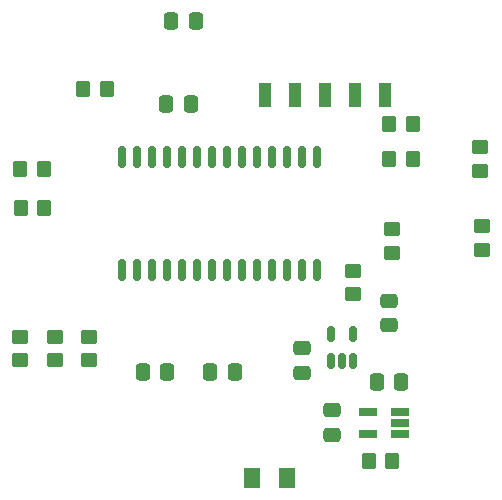
<source format=gbr>
%TF.GenerationSoftware,KiCad,Pcbnew,7.0.8*%
%TF.CreationDate,2024-04-09T20:43:08-04:00*%
%TF.ProjectId,vibBoard,76696242-6f61-4726-942e-6b696361645f,rev?*%
%TF.SameCoordinates,Original*%
%TF.FileFunction,Paste,Bot*%
%TF.FilePolarity,Positive*%
%FSLAX46Y46*%
G04 Gerber Fmt 4.6, Leading zero omitted, Abs format (unit mm)*
G04 Created by KiCad (PCBNEW 7.0.8) date 2024-04-09 20:43:08*
%MOMM*%
%LPD*%
G01*
G04 APERTURE LIST*
G04 Aperture macros list*
%AMRoundRect*
0 Rectangle with rounded corners*
0 $1 Rounding radius*
0 $2 $3 $4 $5 $6 $7 $8 $9 X,Y pos of 4 corners*
0 Add a 4 corners polygon primitive as box body*
4,1,4,$2,$3,$4,$5,$6,$7,$8,$9,$2,$3,0*
0 Add four circle primitives for the rounded corners*
1,1,$1+$1,$2,$3*
1,1,$1+$1,$4,$5*
1,1,$1+$1,$6,$7*
1,1,$1+$1,$8,$9*
0 Add four rect primitives between the rounded corners*
20,1,$1+$1,$2,$3,$4,$5,0*
20,1,$1+$1,$4,$5,$6,$7,0*
20,1,$1+$1,$6,$7,$8,$9,0*
20,1,$1+$1,$8,$9,$2,$3,0*%
G04 Aperture macros list end*
%ADD10RoundRect,0.250000X0.475000X-0.337500X0.475000X0.337500X-0.475000X0.337500X-0.475000X-0.337500X0*%
%ADD11RoundRect,0.250000X0.350000X0.450000X-0.350000X0.450000X-0.350000X-0.450000X0.350000X-0.450000X0*%
%ADD12RoundRect,0.250000X0.450000X-0.350000X0.450000X0.350000X-0.450000X0.350000X-0.450000X-0.350000X0*%
%ADD13RoundRect,0.250000X-0.450000X0.350000X-0.450000X-0.350000X0.450000X-0.350000X0.450000X0.350000X0*%
%ADD14RoundRect,0.250000X0.337500X0.475000X-0.337500X0.475000X-0.337500X-0.475000X0.337500X-0.475000X0*%
%ADD15RoundRect,0.250000X-0.475000X0.337500X-0.475000X-0.337500X0.475000X-0.337500X0.475000X0.337500X0*%
%ADD16RoundRect,0.250000X-0.337500X-0.475000X0.337500X-0.475000X0.337500X0.475000X-0.337500X0.475000X0*%
%ADD17R,1.560000X0.650000*%
%ADD18RoundRect,0.250000X-0.350000X-0.450000X0.350000X-0.450000X0.350000X0.450000X-0.350000X0.450000X0*%
%ADD19RoundRect,0.250001X-0.462499X-0.624999X0.462499X-0.624999X0.462499X0.624999X-0.462499X0.624999X0*%
%ADD20RoundRect,0.150000X0.150000X-0.750000X0.150000X0.750000X-0.150000X0.750000X-0.150000X-0.750000X0*%
%ADD21RoundRect,0.150000X0.150000X-0.512500X0.150000X0.512500X-0.150000X0.512500X-0.150000X-0.512500X0*%
%ADD22R,1.000000X2.000000*%
G04 APERTURE END LIST*
D10*
%TO.C,C3*%
X162306000Y-123211500D03*
X162306000Y-121136500D03*
%TD*%
D11*
%TO.C,R3*%
X133064000Y-109982000D03*
X131064000Y-109982000D03*
%TD*%
D12*
%TO.C,R11*%
X170027600Y-110153200D03*
X170027600Y-108153200D03*
%TD*%
%TO.C,R10*%
X170180000Y-116824000D03*
X170180000Y-114824000D03*
%TD*%
D13*
%TO.C,R6*%
X134024000Y-124185500D03*
X134024000Y-126185500D03*
%TD*%
D14*
%TO.C,C6*%
X143531500Y-127177800D03*
X141456500Y-127177800D03*
%TD*%
D15*
%TO.C,C2*%
X154940000Y-125179000D03*
X154940000Y-127254000D03*
%TD*%
D16*
%TO.C,C13*%
X143840200Y-97434400D03*
X145915200Y-97434400D03*
%TD*%
D12*
%TO.C,R8*%
X159258000Y-120618000D03*
X159258000Y-118618000D03*
%TD*%
D13*
%TO.C,R5*%
X136906000Y-124185500D03*
X136906000Y-126185500D03*
%TD*%
D12*
%TO.C,R9*%
X162560000Y-117094000D03*
X162560000Y-115094000D03*
%TD*%
D11*
%TO.C,R12*%
X164306000Y-109118400D03*
X162306000Y-109118400D03*
%TD*%
%TO.C,R2*%
X138414000Y-103225600D03*
X136414000Y-103225600D03*
%TD*%
D17*
%TO.C,U2*%
X163195000Y-130556000D03*
X163195000Y-131506000D03*
X163195000Y-132456000D03*
X160495000Y-132456000D03*
X160495000Y-130556000D03*
%TD*%
D14*
%TO.C,C11*%
X145491200Y-104495600D03*
X143416200Y-104495600D03*
%TD*%
D18*
%TO.C,R13*%
X162322000Y-106222800D03*
X164322000Y-106222800D03*
%TD*%
D19*
%TO.C,F1*%
X150658500Y-136144000D03*
X153633500Y-136144000D03*
%TD*%
D20*
%TO.C,U4*%
X156210000Y-118566000D03*
X154940000Y-118566000D03*
X153670000Y-118566000D03*
X152400000Y-118566000D03*
X151130000Y-118566000D03*
X149860000Y-118566000D03*
X148590000Y-118566000D03*
X147320000Y-118566000D03*
X146050000Y-118566000D03*
X144780000Y-118566000D03*
X143510000Y-118566000D03*
X142240000Y-118566000D03*
X140970000Y-118566000D03*
X139700000Y-118566000D03*
X139700000Y-108966000D03*
X140970000Y-108966000D03*
X142240000Y-108966000D03*
X143510000Y-108966000D03*
X144780000Y-108966000D03*
X146050000Y-108966000D03*
X147320000Y-108966000D03*
X148590000Y-108966000D03*
X149860000Y-108966000D03*
X151130000Y-108966000D03*
X152400000Y-108966000D03*
X153670000Y-108966000D03*
X154940000Y-108966000D03*
X156210000Y-108966000D03*
%TD*%
D11*
%TO.C,R4*%
X133096000Y-113284000D03*
X131096000Y-113284000D03*
%TD*%
D18*
%TO.C,R1*%
X160560000Y-134742000D03*
X162560000Y-134742000D03*
%TD*%
D16*
%TO.C,C1*%
X161268500Y-128016000D03*
X163343500Y-128016000D03*
%TD*%
D13*
%TO.C,R7*%
X131064000Y-124206000D03*
X131064000Y-126206000D03*
%TD*%
D21*
%TO.C,U1*%
X159258000Y-126227000D03*
X158308000Y-126227000D03*
X157358000Y-126227000D03*
X157358000Y-123952000D03*
X159258000Y-123952000D03*
%TD*%
D16*
%TO.C,C5*%
X147167600Y-127177800D03*
X149242600Y-127177800D03*
%TD*%
D15*
%TO.C,C4*%
X157480000Y-130407500D03*
X157480000Y-132482500D03*
%TD*%
D22*
%TO.C,J2*%
X161950400Y-103733600D03*
X159410400Y-103733600D03*
X156870400Y-103733600D03*
X154330400Y-103733600D03*
X151790400Y-103733600D03*
%TD*%
M02*

</source>
